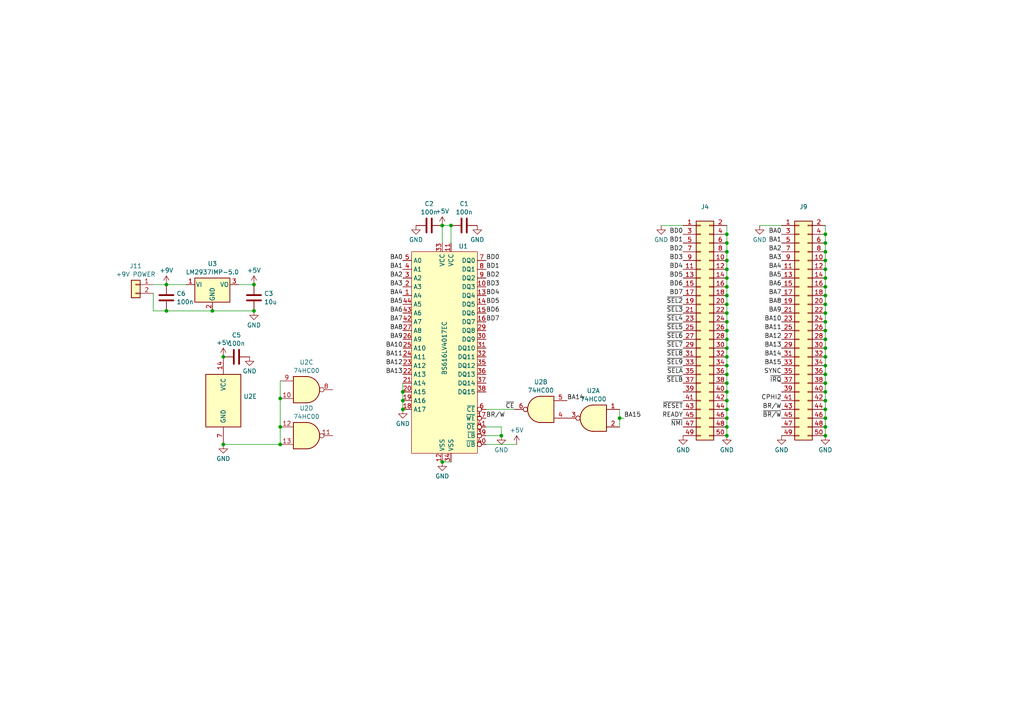
<source format=kicad_sch>
(kicad_sch (version 20230121) (generator eeschema)
  (paper "A4")
  (title_block (title "CBM PET SRAM Expansion") (date "2023-10-13") (rev "1") (company "CCC Basel"))
  (lib_symbols
    (symbol "74xx:74HC00" (pin_names (offset 1.016))
      (property "Reference" "U" (at 0 1.27 0))
      (property "Value" "74HC00" (at 0 -1.27 0))
      (symbol "74HC00_1_1"
        (arc (start 0 -3.81) (mid 3.7934 0) (end 0 3.81) (stroke (width 0.254)) (fill (type background)))
        (polyline (pts (xy 0 3.81) (xy -3.81 3.81) (xy -3.81 -3.81) (xy 0 -3.81)) (stroke (width 0.254)) (fill (type background)))
        (pin input line (at -7.62 2.54 0) (length 3.81) (name "~") (number "1"))
        (pin input line (at -7.62 -2.54 0) (length 3.81) (name "~") (number "2"))
        (pin output inverted (at 7.62 0 180) (length 3.81) (name "~") (number "3"))
      )
      (symbol "74HC00_1_2"
        (arc (start -3.81 -3.81) (mid -2.589 0) (end -3.81 3.81) (stroke (width 0.254)))
        (arc (start -0.6096 -3.81) (mid 2.1842 -2.5851) (end 3.81 0) (stroke (width 0.254)) (fill (type background)))
        (polyline (pts (xy -3.81 -3.81) (xy -0.635 -3.81)) (stroke (width 0.254)) (fill (type background)))
        (polyline (pts (xy -3.81 3.81) (xy -0.635 3.81)) (stroke (width 0.254)) (fill (type background)))
        (polyline (pts (xy -0.635 3.81) (xy -3.81 3.81) (xy -3.81 3.81) (xy -3.556 3.4036) (xy -3.0226 2.2606) (xy -2.6924 1.0414) (xy -2.6162 -0.254) (xy -2.7686 -1.4986) (xy -3.175 -2.7178) (xy -3.81 -3.81) (xy -3.81 -3.81) (xy -0.635 -3.81)) (stroke (width -25.4)) (fill (type background)))
        (arc (start 3.81 0) (mid 2.1915 2.5936) (end -0.6096 3.81) (stroke (width 0.254)) (fill (type background)))
        (pin input inverted (at -7.62 2.54 0) (length 4.318) (name "~") (number "1"))
        (pin input inverted (at -7.62 -2.54 0) (length 4.318) (name "~") (number "2"))
        (pin output line (at 7.62 0 180) (length 3.81) (name "~") (number "3"))
      )
      (symbol "74HC00_2_1"
        (arc (start 0 -3.81) (mid 3.7934 0) (end 0 3.81) (stroke (width 0.254)) (fill (type background)))
        (polyline (pts (xy 0 3.81) (xy -3.81 3.81) (xy -3.81 -3.81) (xy 0 -3.81)) (stroke (width 0.254)) (fill (type background)))
        (pin input line (at -7.62 2.54 0) (length 3.81) (name "~") (number "4"))
        (pin input line (at -7.62 -2.54 0) (length 3.81) (name "~") (number "5"))
        (pin output inverted (at 7.62 0 180) (length 3.81) (name "~") (number "6"))
      )
      (symbol "74HC00_2_2"
        (arc (start -3.81 -3.81) (mid -2.589 0) (end -3.81 3.81) (stroke (width 0.254)))
        (arc (start -0.6096 -3.81) (mid 2.1842 -2.5851) (end 3.81 0) (stroke (width 0.254)) (fill (type background)))
        (polyline (pts (xy -3.81 -3.81) (xy -0.635 -3.81)) (stroke (width 0.254)) (fill (type background)))
        (polyline (pts (xy -3.81 3.81) (xy -0.635 3.81)) (stroke (width 0.254)) (fill (type background)))
        (polyline (pts (xy -0.635 3.81) (xy -3.81 3.81) (xy -3.81 3.81) (xy -3.556 3.4036) (xy -3.0226 2.2606) (xy -2.6924 1.0414) (xy -2.6162 -0.254) (xy -2.7686 -1.4986) (xy -3.175 -2.7178) (xy -3.81 -3.81) (xy -3.81 -3.81) (xy -0.635 -3.81)) (stroke (width -25.4)) (fill (type background)))
        (arc (start 3.81 0) (mid 2.1915 2.5936) (end -0.6096 3.81) (stroke (width 0.254)) (fill (type background)))
        (pin input inverted (at -7.62 2.54 0) (length 4.318) (name "~") (number "4"))
        (pin input inverted (at -7.62 -2.54 0) (length 4.318) (name "~") (number "5"))
        (pin output line (at 7.62 0 180) (length 3.81) (name "~") (number "6"))
      )
      (symbol "74HC00_3_1"
        (arc (start 0 -3.81) (mid 3.7934 0) (end 0 3.81) (stroke (width 0.254)) (fill (type background)))
        (polyline (pts (xy 0 3.81) (xy -3.81 3.81) (xy -3.81 -3.81) (xy 0 -3.81)) (stroke (width 0.254)) (fill (type background)))
        (pin input line (at -7.62 -2.54 0) (length 3.81) (name "~") (number "10"))
        (pin output inverted (at 7.62 0 180) (length 3.81) (name "~") (number "8"))
        (pin input line (at -7.62 2.54 0) (length 3.81) (name "~") (number "9"))
      )
      (symbol "74HC00_3_2"
        (arc (start -3.81 -3.81) (mid -2.589 0) (end -3.81 3.81) (stroke (width 0.254)))
        (arc (start -0.6096 -3.81) (mid 2.1842 -2.5851) (end 3.81 0) (stroke (width 0.254)) (fill (type background)))
        (polyline (pts (xy -3.81 -3.81) (xy -0.635 -3.81)) (stroke (width 0.254)) (fill (type background)))
        (polyline (pts (xy -3.81 3.81) (xy -0.635 3.81)) (stroke (width 0.254)) (fill (type background)))
        (polyline (pts (xy -0.635 3.81) (xy -3.81 3.81) (xy -3.81 3.81) (xy -3.556 3.4036) (xy -3.0226 2.2606) (xy -2.6924 1.0414) (xy -2.6162 -0.254) (xy -2.7686 -1.4986) (xy -3.175 -2.7178) (xy -3.81 -3.81) (xy -3.81 -3.81) (xy -0.635 -3.81)) (stroke (width -25.4)) (fill (type background)))
        (arc (start 3.81 0) (mid 2.1915 2.5936) (end -0.6096 3.81) (stroke (width 0.254)) (fill (type background)))
        (pin input inverted (at -7.62 -2.54 0) (length 4.318) (name "~") (number "10"))
        (pin output line (at 7.62 0 180) (length 3.81) (name "~") (number "8"))
        (pin input inverted (at -7.62 2.54 0) (length 4.318) (name "~") (number "9"))
      )
      (symbol "74HC00_4_1"
        (arc (start 0 -3.81) (mid 3.7934 0) (end 0 3.81) (stroke (width 0.254)) (fill (type background)))
        (polyline (pts (xy 0 3.81) (xy -3.81 3.81) (xy -3.81 -3.81) (xy 0 -3.81)) (stroke (width 0.254)) (fill (type background)))
        (pin output inverted (at 7.62 0 180) (length 3.81) (name "~") (number "11"))
        (pin input line (at -7.62 2.54 0) (length 3.81) (name "~") (number "12"))
        (pin input line (at -7.62 -2.54 0) (length 3.81) (name "~") (number "13"))
      )
      (symbol "74HC00_4_2"
        (arc (start -3.81 -3.81) (mid -2.589 0) (end -3.81 3.81) (stroke (width 0.254)))
        (arc (start -0.6096 -3.81) (mid 2.1842 -2.5851) (end 3.81 0) (stroke (width 0.254)) (fill (type background)))
        (polyline (pts (xy -3.81 -3.81) (xy -0.635 -3.81)) (stroke (width 0.254)) (fill (type background)))
        (polyline (pts (xy -3.81 3.81) (xy -0.635 3.81)) (stroke (width 0.254)) (fill (type background)))
        (polyline (pts (xy -0.635 3.81) (xy -3.81 3.81) (xy -3.81 3.81) (xy -3.556 3.4036) (xy -3.0226 2.2606) (xy -2.6924 1.0414) (xy -2.6162 -0.254) (xy -2.7686 -1.4986) (xy -3.175 -2.7178) (xy -3.81 -3.81) (xy -3.81 -3.81) (xy -0.635 -3.81)) (stroke (width -25.4)) (fill (type background)))
        (arc (start 3.81 0) (mid 2.1915 2.5936) (end -0.6096 3.81) (stroke (width 0.254)) (fill (type background)))
        (pin output line (at 7.62 0 180) (length 3.81) (name "~") (number "11"))
        (pin input inverted (at -7.62 2.54 0) (length 4.318) (name "~") (number "12"))
        (pin input inverted (at -7.62 -2.54 0) (length 4.318) (name "~") (number "13"))
      )
      (symbol "74HC00_5_0"
        (pin power_in line (at 0 12.7 270) (length 5.08) (name "VCC") (number "14"))
        (pin power_in line (at 0 -12.7 90) (length 5.08) (name "GND") (number "7"))
      )
      (symbol "74HC00_5_1"
        (rectangle (start -5.08 7.62) (end 5.08 -7.62) (stroke (width 0.254)) (fill (type background)))
      )
    )
    (symbol "Connector_Generic:Conn_01x02" (pin_names (offset 1.016) hide)
      (property "Reference" "J" (at 0 2.54 0))
      (property "Value" "Conn_01x02" (at 0 -5.08 0))
      (symbol "Conn_01x02_1_1"
        (rectangle (start -1.27 -2.413) (end 0 -2.667) (stroke (width 0.1524)))
        (rectangle (start -1.27 0.127) (end 0 -0.127) (stroke (width 0.1524)))
        (rectangle (start -1.27 1.27) (end 1.27 -3.81) (stroke (width 0.254)) (fill (type background)))
        (pin passive line (at -5.08 0 0) (length 3.81) (name "Pin_1") (number "1"))
        (pin passive line (at -5.08 -2.54 0) (length 3.81) (name "Pin_2") (number "2"))
      )
    )
    (symbol "Connector_Generic:Conn_02x25_Odd_Even" (pin_names (offset 1.016) hide)
      (property "Reference" "J" (at 1.27 33.02 0))
      (property "Value" "Conn_02x25_Odd_Even" (at 1.27 -33.02 0))
      (symbol "Conn_02x25_Odd_Even_1_1"
        (rectangle (start -1.27 -30.353) (end 0 -30.607) (stroke (width 0.1524)))
        (rectangle (start -1.27 -27.813) (end 0 -28.067) (stroke (width 0.1524)))
        (rectangle (start -1.27 -25.273) (end 0 -25.527) (stroke (width 0.1524)))
        (rectangle (start -1.27 -22.733) (end 0 -22.987) (stroke (width 0.1524)))
        (rectangle (start -1.27 -20.193) (end 0 -20.447) (stroke (width 0.1524)))
        (rectangle (start -1.27 -17.653) (end 0 -17.907) (stroke (width 0.1524)))
        (rectangle (start -1.27 -15.113) (end 0 -15.367) (stroke (width 0.1524)))
        (rectangle (start -1.27 -12.573) (end 0 -12.827) (stroke (width 0.1524)))
        (rectangle (start -1.27 -10.033) (end 0 -10.287) (stroke (width 0.1524)))
        (rectangle (start -1.27 -7.493) (end 0 -7.747) (stroke (width 0.1524)))
        (rectangle (start -1.27 -4.953) (end 0 -5.207) (stroke (width 0.1524)))
        (rectangle (start -1.27 -2.413) (end 0 -2.667) (stroke (width 0.1524)))
        (rectangle (start -1.27 0.127) (end 0 -0.127) (stroke (width 0.1524)))
        (rectangle (start -1.27 2.667) (end 0 2.413) (stroke (width 0.1524)))
        (rectangle (start -1.27 5.207) (end 0 4.953) (stroke (width 0.1524)))
        (rectangle (start -1.27 7.747) (end 0 7.493) (stroke (width 0.1524)))
        (rectangle (start -1.27 10.287) (end 0 10.033) (stroke (width 0.1524)))
        (rectangle (start -1.27 12.827) (end 0 12.573) (stroke (width 0.1524)))
        (rectangle (start -1.27 15.367) (end 0 15.113) (stroke (width 0.1524)))
        (rectangle (start -1.27 17.907) (end 0 17.653) (stroke (width 0.1524)))
        (rectangle (start -1.27 20.447) (end 0 20.193) (stroke (width 0.1524)))
        (rectangle (start -1.27 22.987) (end 0 22.733) (stroke (width 0.1524)))
        (rectangle (start -1.27 25.527) (end 0 25.273) (stroke (width 0.1524)))
        (rectangle (start -1.27 28.067) (end 0 27.813) (stroke (width 0.1524)))
        (rectangle (start -1.27 30.607) (end 0 30.353) (stroke (width 0.1524)))
        (rectangle (start -1.27 31.75) (end 3.81 -31.75) (stroke (width 0.254)) (fill (type background)))
        (rectangle (start 3.81 -30.353) (end 2.54 -30.607) (stroke (width 0.1524)))
        (rectangle (start 3.81 -27.813) (end 2.54 -28.067) (stroke (width 0.1524)))
        (rectangle (start 3.81 -25.273) (end 2.54 -25.527) (stroke (width 0.1524)))
        (rectangle (start 3.81 -22.733) (end 2.54 -22.987) (stroke (width 0.1524)))
        (rectangle (start 3.81 -20.193) (end 2.54 -20.447) (stroke (width 0.1524)))
        (rectangle (start 3.81 -17.653) (end 2.54 -17.907) (stroke (width 0.1524)))
        (rectangle (start 3.81 -15.113) (end 2.54 -15.367) (stroke (width 0.1524)))
        (rectangle (start 3.81 -12.573) (end 2.54 -12.827) (stroke (width 0.1524)))
        (rectangle (start 3.81 -10.033) (end 2.54 -10.287) (stroke (width 0.1524)))
        (rectangle (start 3.81 -7.493) (end 2.54 -7.747) (stroke (width 0.1524)))
        (rectangle (start 3.81 -4.953) (end 2.54 -5.207) (stroke (width 0.1524)))
        (rectangle (start 3.81 -2.413) (end 2.54 -2.667) (stroke (width 0.1524)))
        (rectangle (start 3.81 0.127) (end 2.54 -0.127) (stroke (width 0.1524)))
        (rectangle (start 3.81 2.667) (end 2.54 2.413) (stroke (width 0.1524)))
        (rectangle (start 3.81 5.207) (end 2.54 4.953) (stroke (width 0.1524)))
        (rectangle (start 3.81 7.747) (end 2.54 7.493) (stroke (width 0.1524)))
        (rectangle (start 3.81 10.287) (end 2.54 10.033) (stroke (width 0.1524)))
        (rectangle (start 3.81 12.827) (end 2.54 12.573) (stroke (width 0.1524)))
        (rectangle (start 3.81 15.367) (end 2.54 15.113) (stroke (width 0.1524)))
        (rectangle (start 3.81 17.907) (end 2.54 17.653) (stroke (width 0.1524)))
        (rectangle (start 3.81 20.447) (end 2.54 20.193) (stroke (width 0.1524)))
        (rectangle (start 3.81 22.987) (end 2.54 22.733) (stroke (width 0.1524)))
        (rectangle (start 3.81 25.527) (end 2.54 25.273) (stroke (width 0.1524)))
        (rectangle (start 3.81 28.067) (end 2.54 27.813) (stroke (width 0.1524)))
        (rectangle (start 3.81 30.607) (end 2.54 30.353) (stroke (width 0.1524)))
        (pin passive line (at -5.08 30.48 0) (length 3.81) (name "Pin_1") (number "1"))
        (pin passive line (at 7.62 20.32 180) (length 3.81) (name "Pin_10") (number "10"))
        (pin passive line (at -5.08 17.78 0) (length 3.81) (name "Pin_11") (number "11"))
        (pin passive line (at 7.62 17.78 180) (length 3.81) (name "Pin_12") (number "12"))
        (pin passive line (at -5.08 15.24 0) (length 3.81) (name "Pin_13") (number "13"))
        (pin passive line (at 7.62 15.24 180) (length 3.81) (name "Pin_14") (number "14"))
        (pin passive line (at -5.08 12.7 0) (length 3.81) (name "Pin_15") (number "15"))
        (pin passive line (at 7.62 12.7 180) (length 3.81) (name "Pin_16") (number "16"))
        (pin passive line (at -5.08 10.16 0) (length 3.81) (name "Pin_17") (number "17"))
        (pin passive line (at 7.62 10.16 180) (length 3.81) (name "Pin_18") (number "18"))
        (pin passive line (at -5.08 7.62 0) (length 3.81) (name "Pin_19") (number "19"))
        (pin passive line (at 7.62 30.48 180) (length 3.81) (name "Pin_2") (number "2"))
        (pin passive line (at 7.62 7.62 180) (length 3.81) (name "Pin_20") (number "20"))
        (pin passive line (at -5.08 5.08 0) (length 3.81) (name "Pin_21") (number "21"))
        (pin passive line (at 7.62 5.08 180) (length 3.81) (name "Pin_22") (number "22"))
        (pin passive line (at -5.08 2.54 0) (length 3.81) (name "Pin_23") (number "23"))
        (pin passive line (at 7.62 2.54 180) (length 3.81) (name "Pin_24") (number "24"))
        (pin passive line (at -5.08 0 0) (length 3.81) (name "Pin_25") (number "25"))
        (pin passive line (at 7.62 0 180) (length 3.81) (name "Pin_26") (number "26"))
        (pin passive line (at -5.08 -2.54 0) (length 3.81) (name "Pin_27") (number "27"))
        (pin passive line (at 7.62 -2.54 180) (length 3.81) (name "Pin_28") (number "28"))
        (pin passive line (at -5.08 -5.08 0) (length 3.81) (name "Pin_29") (number "29"))
        (pin passive line (at -5.08 27.94 0) (length 3.81) (name "Pin_3") (number "3"))
        (pin passive line (at 7.62 -5.08 180) (length 3.81) (name "Pin_30") (number "30"))
        (pin passive line (at -5.08 -7.62 0) (length 3.81) (name "Pin_31") (number "31"))
        (pin passive line (at 7.62 -7.62 180) (length 3.81) (name "Pin_32") (number "32"))
        (pin passive line (at -5.08 -10.16 0) (length 3.81) (name "Pin_33") (number "33"))
        (pin passive line (at 7.62 -10.16 180) (length 3.81) (name "Pin_34") (number "34"))
        (pin passive line (at -5.08 -12.7 0) (length 3.81) (name "Pin_35") (number "35"))
        (pin passive line (at 7.62 -12.7 180) (length 3.81) (name "Pin_36") (number "36"))
        (pin passive line (at -5.08 -15.24 0) (length 3.81) (name "Pin_37") (number "37"))
        (pin passive line (at 7.62 -15.24 180) (length 3.81) (name "Pin_38") (number "38"))
        (pin passive line (at -5.08 -17.78 0) (length 3.81) (name "Pin_39") (number "39"))
        (pin passive line (at 7.62 27.94 180) (length 3.81) (name "Pin_4") (number "4"))
        (pin passive line (at 7.62 -17.78 180) (length 3.81) (name "Pin_40") (number "40"))
        (pin passive line (at -5.08 -20.32 0) (length 3.81) (name "Pin_41") (number "41"))
        (pin passive line (at 7.62 -20.32 180) (length 3.81) (name "Pin_42") (number "42"))
        (pin passive line (at -5.08 -22.86 0) (length 3.81) (name "Pin_43") (number "43"))
        (pin passive line (at 7.62 -22.86 180) (length 3.81) (name "Pin_44") (number "44"))
        (pin passive line (at -5.08 -25.4 0) (length 3.81) (name "Pin_45") (number "45"))
        (pin passive line (at 7.62 -25.4 180) (length 3.81) (name "Pin_46") (number "46"))
        (pin passive line (at -5.08 -27.94 0) (length 3.81) (name "Pin_47") (number "47"))
        (pin passive line (at 7.62 -27.94 180) (length 3.81) (name "Pin_48") (number "48"))
        (pin passive line (at -5.08 -30.48 0) (length 3.81) (name "Pin_49") (number "49"))
        (pin passive line (at -5.08 25.4 0) (length 3.81) (name "Pin_5") (number "5"))
        (pin passive line (at 7.62 -30.48 180) (length 3.81) (name "Pin_50") (number "50"))
        (pin passive line (at 7.62 25.4 180) (length 3.81) (name "Pin_6") (number "6"))
        (pin passive line (at -5.08 22.86 0) (length 3.81) (name "Pin_7") (number "7"))
        (pin passive line (at 7.62 22.86 180) (length 3.81) (name "Pin_8") (number "8"))
        (pin passive line (at -5.08 20.32 0) (length 3.81) (name "Pin_9") (number "9"))
      )
    )
    (symbol "Device:C" (pin_numbers hide) (pin_names (offset 0.254))
      (property "Reference" "C" (at 0.635 2.54 0))
      (property "Value" "C" (at 0.635 -2.54 0))
      (symbol "C_0_1"
        (polyline (pts (xy -2.032 -0.762) (xy 2.032 -0.762)) (stroke (width 0.508)))
        (polyline (pts (xy -2.032 0.762) (xy 2.032 0.762)) (stroke (width 0.508)))
      )
      (symbol "C_1_1"
        (pin passive line (at 0 3.81 270) (length 2.794) (name "~") (number "1"))
        (pin passive line (at 0 -3.81 90) (length 2.794) (name "~") (number "2"))
      )
    )
    (symbol "Regulator_Linear:LM2937xMP" (pin_names (offset 0.254))
      (property "Reference" "U" (at -3.81 3.175 0))
      (property "Value" "LM2937xMP" (at 0 3.175 0))
      (symbol "LM2937xMP_0_1"
        (rectangle (start -5.08 -5.08) (end 5.08 1.905) (stroke (width 0.254)) (fill (type background)))
      )
      (symbol "LM2937xMP_1_1"
        (pin power_in line (at -7.62 0 0) (length 2.54) (name "VI") (number "1"))
        (pin power_in line (at 0 -7.62 90) (length 2.54) (name "GND") (number "2"))
        (pin power_out line (at 7.62 0 180) (length 2.54) (name "VO") (number "3"))
      )
    )
    (symbol "oni:BS616LV4017EC"
      (property "Reference" "U" (at 5.08 -30.48 0))
      (property "Value" "BS616LV4017EC" (at 0 0 90))
      (symbol "BS616LV4017EC_1_1"
        (rectangle (start -10.16 29.21) (end 8.89 -29.21) (fill (type background)))
        (pin input line (at -12.7 16.51 0) (length 2.54) (name "A4") (number "1"))
        (pin tri_state line (at 11.43 19.05 180) (length 2.54) (name "DQ3") (number "10"))
        (pin power_in line (at 1.27 31.75 270) (length 2.54) (name "VCC") (number "11"))
        (pin power_in line (at -1.27 -31.75 90) (length 2.54) (name "VSS") (number "12"))
        (pin tri_state line (at 11.43 16.51 180) (length 2.54) (name "DQ4") (number "13"))
        (pin tri_state line (at 11.43 13.97 180) (length 2.54) (name "DQ5") (number "14"))
        (pin tri_state line (at 11.43 11.43 180) (length 2.54) (name "DQ6") (number "15"))
        (pin tri_state line (at 11.43 8.89 180) (length 2.54) (name "DQ7") (number "16"))
        (pin input inverted (at 11.43 -19.05 180) (length 2.54) (name "~{WE}") (number "17"))
        (pin input line (at -12.7 -16.51 0) (length 2.54) (name "A17") (number "18"))
        (pin input line (at -12.7 -13.97 0) (length 2.54) (name "A16") (number "19"))
        (pin input line (at -12.7 19.05 0) (length 2.54) (name "A3") (number "2"))
        (pin input line (at -12.7 -11.43 0) (length 2.54) (name "A15") (number "20"))
        (pin input line (at -12.7 -8.89 0) (length 2.54) (name "A14") (number "21"))
        (pin input line (at -12.7 -6.35 0) (length 2.54) (name "A13") (number "22"))
        (pin input line (at -12.7 -3.81 0) (length 2.54) (name "A12") (number "23"))
        (pin input line (at -12.7 -1.27 0) (length 2.54) (name "A11") (number "24"))
        (pin input line (at -12.7 1.27 0) (length 2.54) (name "A10") (number "25"))
        (pin input line (at -12.7 3.81 0) (length 2.54) (name "A9") (number "26"))
        (pin input line (at -12.7 6.35 0) (length 2.54) (name "A8") (number "27"))
        (pin no_connect line (at -12.7 -26.67 0) (length 2.54) hide (name "NC") (number "28"))
        (pin tri_state line (at 11.43 6.35 180) (length 2.54) (name "DQ8") (number "29"))
        (pin input line (at -12.7 21.59 0) (length 2.54) (name "A2") (number "3"))
        (pin tri_state line (at 11.43 3.81 180) (length 2.54) (name "DQ9") (number "30"))
        (pin tri_state line (at 11.43 1.27 180) (length 2.54) (name "DQ10") (number "31"))
        (pin tri_state line (at 11.43 -1.27 180) (length 2.54) (name "DQ11") (number "32"))
        (pin power_in line (at -1.27 31.75 270) (length 2.54) (name "VCC") (number "33"))
        (pin power_in line (at 1.27 -31.75 90) (length 2.54) (name "VSS") (number "34"))
        (pin tri_state line (at 11.43 -3.81 180) (length 2.54) (name "DQ12") (number "35"))
        (pin tri_state line (at 11.43 -6.35 180) (length 2.54) (name "DQ13") (number "36"))
        (pin tri_state line (at 11.43 -8.89 180) (length 2.54) (name "DQ14") (number "37"))
        (pin tri_state line (at 11.43 -11.43 180) (length 2.54) (name "DQ15") (number "38"))
        (pin input inverted (at 11.43 -24.13 180) (length 2.54) (name "~{LB}") (number "39"))
        (pin input line (at -12.7 24.13 0) (length 2.54) (name "A1") (number "4"))
        (pin input inverted (at 11.43 -26.67 180) (length 2.54) (name "~{UB}") (number "40"))
        (pin input inverted (at 11.43 -21.59 180) (length 2.54) (name "~{OE}") (number "41"))
        (pin input line (at -12.7 8.89 0) (length 2.54) (name "A7") (number "42"))
        (pin input line (at -12.7 11.43 0) (length 2.54) (name "A6") (number "43"))
        (pin input line (at -12.7 13.97 0) (length 2.54) (name "A5") (number "44"))
        (pin input line (at -12.7 26.67 0) (length 2.54) (name "A0") (number "5"))
        (pin input inverted (at 11.43 -16.51 180) (length 2.54) (name "~{CE}") (number "6"))
        (pin tri_state line (at 11.43 26.67 180) (length 2.54) (name "DQ0") (number "7"))
        (pin tri_state line (at 11.43 24.13 180) (length 2.54) (name "DQ1") (number "8"))
        (pin tri_state line (at 11.43 21.59 180) (length 2.54) (name "DQ2") (number "9"))
      )
    )
    (symbol "power:+5V" (power) (pin_names (offset 0))
      (property "Value" "+5V" (at 0 3.556 0))
      (symbol "+5V_0_1"
        (polyline (pts (xy -0.762 1.27) (xy 0 2.54)))
        (polyline (pts (xy 0 0) (xy 0 2.54)))
        (polyline (pts (xy 0 2.54) (xy 0.762 1.27)))
      )
      (symbol "+5V_1_1"
        (pin power_in line (at 0 0 90) (length 0) hide (name "+5V") (number "1"))
      )
    )
    (symbol "power:+9V" (power) (pin_names (offset 0))
      (property "Value" "+9V" (at 0 3.556 0))
      (symbol "+9V_0_1"
        (polyline (pts (xy -0.762 1.27) (xy 0 2.54)))
        (polyline (pts (xy 0 0) (xy 0 2.54)))
        (polyline (pts (xy 0 2.54) (xy 0.762 1.27)))
      )
      (symbol "+9V_1_1"
        (pin power_in line (at 0 0 90) (length 0) hide (name "+9V") (number "1"))
      )
    )
    (symbol "power:GND" (power) (pin_names (offset 0))
      (property "Value" "GND" (at 0 -3.81 0))
      (symbol "GND_0_1"
        (polyline (pts (xy 0 0) (xy 0 -1.27) (xy 1.27 -1.27) (xy 0 -2.54) (xy -1.27 -1.27) (xy 0 -1.27)))
      )
      (symbol "GND_1_1"
        (pin power_in line (at 0 0 270) (length 0) hide (name "GND") (number "1"))
      )
    )
  )
  (junction (at 64.77 128.905))
  (junction (at 239.395 90.805))
  (junction (at 239.395 108.585))
  (junction (at 239.395 116.205))
  (junction (at 210.82 88.265))
  (junction (at 239.395 93.345))
  (junction (at 210.82 111.125))
  (junction (at 239.395 80.645))
  (junction (at 239.395 67.945))
  (junction (at 239.395 118.745))
  (junction (at 239.395 88.265))
  (junction (at 73.66 90.17))
  (junction (at 210.82 123.825))
  (junction (at 128.27 133.985))
  (junction (at 210.82 85.725))
  (junction (at 116.84 113.665))
  (junction (at 239.395 70.485))
  (junction (at 239.395 123.825))
  (junction (at 116.84 118.745))
  (junction (at 239.395 83.185))
  (junction (at 210.82 67.945))
  (junction (at 210.82 103.505))
  (junction (at 239.395 126.365))
  (junction (at 239.395 98.425))
  (junction (at 81.28 123.825))
  (junction (at 239.395 111.125))
  (junction (at 210.82 75.565))
  (junction (at 48.26 90.17))
  (junction (at 239.395 75.565))
  (junction (at 210.82 126.365))
  (junction (at 61.595 90.17))
  (junction (at 210.82 95.885))
  (junction (at 239.395 121.285))
  (junction (at 239.395 95.885))
  (junction (at 73.66 82.55))
  (junction (at 130.81 65.405))
  (junction (at 210.82 100.965))
  (junction (at 210.82 121.285))
  (junction (at 179.705 121.285))
  (junction (at 81.28 128.905))
  (junction (at 210.82 90.805))
  (junction (at 145.415 126.365))
  (junction (at 48.26 82.55))
  (junction (at 239.395 106.045))
  (junction (at 239.395 78.105))
  (junction (at 210.82 98.425))
  (junction (at 239.395 85.725))
  (junction (at 64.77 103.505))
  (junction (at 210.82 83.185))
  (junction (at 210.82 108.585))
  (junction (at 210.82 78.105))
  (junction (at 239.395 113.665))
  (junction (at 239.395 103.505))
  (junction (at 128.27 65.405))
  (junction (at 81.28 115.57))
  (junction (at 239.395 73.025))
  (junction (at 210.82 106.045))
  (junction (at 210.82 118.745))
  (junction (at 116.84 116.205))
  (junction (at 239.395 100.965))
  (junction (at 210.82 113.665))
  (junction (at 210.82 116.205))
  (junction (at 210.82 73.025))
  (junction (at 210.82 70.485))
  (junction (at 210.82 80.645))
  (junction (at 210.82 93.345))
  (wire (pts (xy 239.395 121.285) (xy 239.395 123.825)))
  (wire (pts (xy 210.82 116.205) (xy 210.82 118.745)))
  (wire (pts (xy 210.82 98.425) (xy 210.82 100.965)))
  (wire (pts (xy 210.82 78.105) (xy 210.82 80.645)))
  (wire (pts (xy 239.395 113.665) (xy 239.395 116.205)))
  (wire (pts (xy 210.82 83.185) (xy 210.82 85.725)))
  (wire (pts (xy 210.82 90.805) (xy 210.82 93.345)))
  (wire (pts (xy 48.26 90.17) (xy 61.595 90.17)))
  (wire (pts (xy 116.84 116.205) (xy 116.84 118.745)))
  (wire (pts (xy 239.395 108.585) (xy 239.395 111.125)))
  (wire (pts (xy 239.395 98.425) (xy 239.395 100.965)))
  (wire (pts (xy 210.82 108.585) (xy 210.82 111.125)))
  (wire (pts (xy 180.975 121.285) (xy 179.705 121.285)))
  (wire (pts (xy 210.82 88.265) (xy 210.82 90.805)))
  (wire (pts (xy 44.45 82.55) (xy 48.26 82.55)))
  (wire (pts (xy 239.395 100.965) (xy 239.395 103.505)))
  (wire (pts (xy 116.84 111.125) (xy 116.84 113.665)))
  (wire (pts (xy 239.395 106.045) (xy 239.395 108.585)))
  (wire (pts (xy 210.82 103.505) (xy 210.82 106.045)))
  (wire (pts (xy 140.97 126.365) (xy 145.415 126.365)))
  (wire (pts (xy 239.395 111.125) (xy 239.395 113.665)))
  (wire (pts (xy 239.395 73.025) (xy 239.395 75.565)))
  (wire (pts (xy 210.82 95.885) (xy 210.82 98.425)))
  (wire (pts (xy 191.77 65.405) (xy 198.12 65.405)))
  (wire (pts (xy 44.45 90.17) (xy 48.26 90.17)))
  (wire (pts (xy 116.84 113.665) (xy 116.84 116.205)))
  (wire (pts (xy 210.82 100.965) (xy 210.82 103.505)))
  (wire (pts (xy 210.82 70.485) (xy 210.82 73.025)))
  (wire (pts (xy 239.395 116.205) (xy 239.395 118.745)))
  (wire (pts (xy 210.82 93.345) (xy 210.82 95.885)))
  (wire (pts (xy 179.705 121.285) (xy 179.705 118.745)))
  (wire (pts (xy 48.26 82.55) (xy 53.975 82.55)))
  (wire (pts (xy 210.82 123.825) (xy 210.82 126.365)))
  (wire (pts (xy 128.27 65.405) (xy 128.27 70.485)))
  (wire (pts (xy 210.82 75.565) (xy 210.82 78.105)))
  (wire (pts (xy 140.97 128.905) (xy 149.86 128.905)))
  (wire (pts (xy 210.82 106.045) (xy 210.82 108.585)))
  (wire (pts (xy 239.395 118.745) (xy 239.395 121.285)))
  (wire (pts (xy 239.395 65.405) (xy 239.395 67.945)))
  (wire (pts (xy 128.27 133.985) (xy 130.81 133.985)))
  (wire (pts (xy 220.345 65.405) (xy 226.695 65.405)))
  (wire (pts (xy 64.77 128.905) (xy 81.28 128.905)))
  (wire (pts (xy 69.215 82.55) (xy 73.66 82.55)))
  (wire (pts (xy 179.705 121.285) (xy 179.705 123.825)))
  (wire (pts (xy 239.395 123.825) (xy 239.395 126.365)))
  (wire (pts (xy 210.82 121.285) (xy 210.82 123.825)))
  (wire (pts (xy 145.415 123.825) (xy 145.415 126.365)))
  (wire (pts (xy 81.28 123.825) (xy 81.28 128.905)))
  (wire (pts (xy 239.395 78.105) (xy 239.395 80.645)))
  (wire (pts (xy 210.82 111.125) (xy 210.82 113.665)))
  (wire (pts (xy 239.395 85.725) (xy 239.395 88.265)))
  (wire (pts (xy 239.395 88.265) (xy 239.395 90.805)))
  (wire (pts (xy 61.595 90.17) (xy 73.66 90.17)))
  (wire (pts (xy 128.27 65.405) (xy 130.81 65.405)))
  (wire (pts (xy 239.395 95.885) (xy 239.395 98.425)))
  (wire (pts (xy 239.395 90.805) (xy 239.395 93.345)))
  (wire (pts (xy 210.82 118.745) (xy 210.82 121.285)))
  (wire (pts (xy 81.28 110.49) (xy 81.28 115.57)))
  (wire (pts (xy 210.82 65.405) (xy 210.82 67.945)))
  (wire (pts (xy 130.81 65.405) (xy 130.81 70.485)))
  (wire (pts (xy 239.395 83.185) (xy 239.395 85.725)))
  (wire (pts (xy 140.97 118.745) (xy 149.225 118.745)))
  (wire (pts (xy 210.82 67.945) (xy 210.82 70.485)))
  (wire (pts (xy 210.82 85.725) (xy 210.82 88.265)))
  (wire (pts (xy 239.395 93.345) (xy 239.395 95.885)))
  (wire (pts (xy 210.82 73.025) (xy 210.82 75.565)))
  (wire (pts (xy 239.395 80.645) (xy 239.395 83.185)))
  (wire (pts (xy 239.395 103.505) (xy 239.395 106.045)))
  (wire (pts (xy 210.82 113.665) (xy 210.82 116.205)))
  (wire (pts (xy 81.28 115.57) (xy 81.28 123.825)))
  (wire (pts (xy 239.395 75.565) (xy 239.395 78.105)))
  (wire (pts (xy 239.395 67.945) (xy 239.395 70.485)))
  (wire (pts (xy 140.97 123.825) (xy 145.415 123.825)))
  (wire (pts (xy 44.45 90.17) (xy 44.45 85.09)))
  (wire (pts (xy 239.395 70.485) (xy 239.395 73.025)))
  (wire (pts (xy 210.82 80.645) (xy 210.82 83.185)))
  (label "BA10" (at 116.84 100.965 180))
  (label "~{SEL4}" (at 198.12 93.345 180))
  (label "BA3" (at 116.84 83.185 180))
  (label "BA10" (at 226.695 93.345 180))
  (label "BA3" (at 226.695 75.565 180))
  (label "BD5" (at 140.97 88.265 0))
  (label "~{RESET}" (at 198.12 118.745 180))
  (label "BA9" (at 226.695 90.805 180))
  (label "BA12" (at 116.84 106.045 180))
  (label "BD7" (at 198.12 85.725 180))
  (label "BA8" (at 226.695 88.265 180))
  (label "~{IRQ}" (at 226.695 111.125 180))
  (label "BA13" (at 116.84 108.585 180))
  (label "BA0" (at 226.695 67.945 180))
  (label "BD6" (at 140.97 90.805 0))
  (label "BA12" (at 226.695 98.425 180))
  (label "BD0" (at 198.12 67.945 180))
  (label "SYNC" (at 226.695 108.585 180))
  (label "BA13" (at 226.695 100.965 180))
  (label "BA15" (at 180.975 121.285 0))
  (label "BR{slash}W" (at 226.695 118.745 180))
  (label "BD1" (at 140.97 78.105 0))
  (label "BA11" (at 226.695 95.885 180))
  (label "BA15" (at 226.695 106.045 180))
  (label "BA5" (at 116.84 88.265 180))
  (label "BA6" (at 226.695 83.185 180))
  (label "~{SEL9}" (at 198.12 106.045 180))
  (label "BA4" (at 116.84 85.725 180))
  (label "~{CE}" (at 149.225 118.745 180))
  (label "~{SELB}" (at 198.12 111.125 180))
  (label "BD3" (at 140.97 83.185 0))
  (label "BA6" (at 116.84 90.805 180))
  (label "~{SEL3}" (at 198.12 90.805 180))
  (label "BA4" (at 226.695 78.105 180))
  (label "~{BR{slash}W}" (at 226.695 121.285 180))
  (label "~{SEL8}" (at 198.12 103.505 180))
  (label "BD6" (at 198.12 83.185 180))
  (label "BD2" (at 198.12 73.025 180))
  (label "CPHI2" (at 226.695 116.205 180))
  (label "BD4" (at 140.97 85.725 0))
  (label "~{NMI}" (at 198.12 123.825 180))
  (label "BD3" (at 198.12 75.565 180))
  (label "BA11" (at 116.84 103.505 180))
  (label "BA14" (at 226.695 103.505 180))
  (label "READY" (at 198.12 121.285 180))
  (label "~{SEL2}" (at 198.12 88.265 180))
  (label "BA9" (at 116.84 98.425 180))
  (label "BA2" (at 226.695 73.025 180))
  (label "BD7" (at 140.97 93.345 0))
  (label "BA7" (at 116.84 93.345 180))
  (label "BA5" (at 226.695 80.645 180))
  (label "BD5" (at 198.12 80.645 180))
  (label "BA0" (at 116.84 75.565 180))
  (label "BD4" (at 198.12 78.105 180))
  (label "BR{slash}W" (at 140.97 121.285 0))
  (label "BA14" (at 164.465 116.205 0))
  (label "~{SEL7}" (at 198.12 100.965 180))
  (label "BA1" (at 226.695 70.485 180))
  (label "~{SEL5}" (at 198.12 95.885 180))
  (label "~{SEL6}" (at 198.12 98.425 180))
  (label "BA1" (at 116.84 78.105 180))
  (label "BD1" (at 198.12 70.485 180))
  (label "BA2" (at 116.84 80.645 180))
  (label "BA7" (at 226.695 85.725 180))
  (label "BD0" (at 140.97 75.565 0))
  (label "BA8" (at 116.84 95.885 180))
  (label "~{SELA}" (at 198.12 108.585 180))
  (label "BD2" (at 140.97 80.645 0))
  (symbol (lib_id "power:GND") (at 226.695 126.365 0) (unit 1)
    (property "Reference" "#PWR011" (effects hide))
    (property "Value" "GND" (at 226.695 130.4981 0))
  )
  (symbol (lib_id "power:GND") (at 64.77 128.905 0) (unit 1)
    (property "Reference" "#PWR016" (effects hide))
    (property "Value" "GND" (at 64.77 133.0381 0))
  )
  (symbol (lib_id "power:GND") (at 220.345 65.405 0) (unit 1)
    (property "Reference" "#PWR010" (effects hide))
    (property "Value" "GND" (at 220.345 69.5381 0))
  )
  (symbol (lib_id "74xx:74HC00") (at 88.9 126.365 0) (unit 4)
    (property "Reference" "U2" (at 88.8917 118.4107 0))
    (property "Value" "74HC00" (at 88.8917 120.8349 0))
    (property "Footprint" "Package_SO:SOIC-14_3.9x8.7mm_P1.27mm" (effects hide))
    (property "Datasheet" "http://www.ti.com/lit/gpn/sn74hc00" (effects hide))
  )
  (symbol (lib_id "Connector_Generic:Conn_01x02") (at 39.37 82.55 0) (mirror y) (unit 1)
    (property "Reference" "J11" (at 39.37 77.1357 0))
    (property "Value" "+9V POWER" (at 39.37 79.5599 0))
    (property "Footprint" "Connector_PinHeader_2.54mm:PinHeader_1x02_P2.54mm_Horizontal" (effects hide))
  )
  (symbol (lib_id "power:GND") (at 210.82 126.365 0) (unit 1)
    (property "Reference" "#PWR07" (effects hide))
    (property "Value" "GND" (at 210.82 130.4981 0))
  )
  (symbol (lib_id "Device:C") (at 68.58 103.505 90) (unit 1)
    (property "Reference" "C5" (at 68.58 97.2017 90))
    (property "Value" "100n" (at 68.58 99.6259 90))
    (property "Footprint" "Capacitor_SMD:C_0805_2012Metric" (effects hide))
  )
  (symbol (lib_id "power:+5V") (at 128.27 65.405 0) (unit 1)
    (property "Reference" "#PWR04" (effects hide))
    (property "Value" "+5V" (at 128.27 61.2719 0))
  )
  (symbol (lib_id "power:GND") (at 120.65 65.405 0) (unit 1)
    (property "Reference" "#PWR06" (effects hide))
    (property "Value" "GND" (at 120.65 69.5381 0))
  )
  (symbol (lib_id "power:GND") (at 145.415 126.365 0) (unit 1)
    (property "Reference" "#PWR013" (effects hide))
    (property "Value" "GND" (at 145.415 130.4981 0))
  )
  (symbol (lib_id "power:GND") (at 191.77 65.405 0) (unit 1)
    (property "Reference" "#PWR09" (effects hide))
    (property "Value" "GND" (at 191.77 69.5381 0))
  )
  (symbol (lib_id "Connector_Generic:Conn_02x25_Odd_Even") (at 231.775 95.885 0) (unit 1)
    (property "Reference" "J9" (at 233.045 59.9907 0))
    (property "Value" "J9" (effects hide))
    (property "Footprint" "Connector_PinSocket_2.54mm:PinSocket_2x25_P2.54mm_Vertical" (effects hide))
  )
  (symbol (lib_id "Device:C") (at 48.26 86.36 180) (unit 1)
    (property "Reference" "C6" (at 51.181 85.1479 0) (effects (justify right)))
    (property "Value" "100n" (at 51.181 87.5721 0) (effects (justify right)))
    (property "Footprint" "Capacitor_SMD:C_0805_2012Metric" (effects hide))
  )
  (symbol (lib_id "74xx:74HC00") (at 64.77 116.205 0) (unit 5)
    (property "Reference" "U2" (at 70.612 114.9929 0) (effects (justify left)))
    (property "Value" "74HC00" (effects hide))
    (property "Footprint" "Package_SO:SOIC-14_3.9x8.7mm_P1.27mm" (effects hide))
    (property "Datasheet" "http://www.ti.com/lit/gpn/sn74hc00" (effects hide))
  )
  (symbol (lib_id "power:+5V") (at 64.77 103.505 0) (unit 1)
    (property "Reference" "#PWR017" (effects hide))
    (property "Value" "+5V" (at 64.77 99.3719 0))
  )
  (symbol (lib_id "power:GND") (at 72.39 103.505 0) (unit 1)
    (property "Reference" "#PWR018" (effects hide))
    (property "Value" "GND" (at 72.39 107.6381 0))
  )
  (symbol (lib_id "74xx:74HC00") (at 156.845 118.745 180) (unit 2)
    (property "Reference" "U2" (at 156.8533 110.7907 0))
    (property "Value" "74HC00" (at 156.8533 113.2149 0))
    (property "Footprint" "Package_SO:SOIC-14_3.9x8.7mm_P1.27mm" (effects hide))
    (property "Datasheet" "http://www.ti.com/lit/gpn/sn74hc00" (effects hide))
  )
  (symbol (lib_id "Device:C") (at 124.46 65.405 90) (unit 1)
    (property "Reference" "C2" (at 124.46 59.1017 90))
    (property "Value" "100n" (at 124.46 61.5259 90))
    (property "Footprint" "Capacitor_SMD:C_0805_2012Metric" (effects hide))
  )
  (symbol (lib_id "power:+5V") (at 149.86 128.905 0) (unit 1)
    (property "Reference" "#PWR014" (effects hide))
    (property "Value" "+5V" (at 149.86 124.7719 0))
  )
  (symbol (lib_id "power:GND") (at 198.12 126.365 0) (unit 1)
    (property "Reference" "#PWR08" (effects hide))
    (property "Value" "GND" (at 198.12 130.4981 0))
  )
  (symbol (lib_id "74xx:74HC00") (at 88.9 113.03 0) (unit 3)
    (property "Reference" "U2" (at 88.8917 105.0757 0))
    (property "Value" "74HC00" (at 88.8917 107.4999 0))
    (property "Footprint" "Package_SO:SOIC-14_3.9x8.7mm_P1.27mm" (effects hide))
    (property "Datasheet" "http://www.ti.com/lit/gpn/sn74hc00" (effects hide))
  )
  (symbol (lib_id "Device:C") (at 134.62 65.405 90) (unit 1)
    (property "Reference" "C1" (at 134.62 59.1017 90))
    (property "Value" "100n" (at 134.62 61.5259 90))
    (property "Footprint" "Capacitor_SMD:C_0805_2012Metric" (effects hide))
  )
  (symbol (lib_id "power:GND") (at 239.395 126.365 0) (unit 1)
    (property "Reference" "#PWR012" (effects hide))
    (property "Value" "GND" (at 239.395 130.4981 0))
  )
  (symbol (lib_id "74xx:74HC00") (at 172.085 121.285 0) (mirror y) (unit 1)
    (property "Reference" "U2" (at 172.0933 113.3307 0))
    (property "Value" "74HC00" (at 172.0933 115.7549 0))
    (property "Footprint" "Package_SO:SOIC-14_3.9x8.7mm_P1.27mm" (effects hide))
    (property "Datasheet" "http://www.ti.com/lit/gpn/sn74hc00" (effects hide))
  )
  (symbol (lib_id "power:GND") (at 116.84 118.745 0) (unit 1)
    (property "Reference" "#PWR015" (effects hide))
    (property "Value" "GND" (at 116.84 122.8781 0))
  )
  (symbol (lib_id "oni:BS616LV4017EC") (at 129.54 102.235 0) (unit 1)
    (property "Reference" "U1" (at 133.0041 71.4319 0) (effects (justify left)))
    (property "Value" "BS616LV4017EC" (at 128.905 100.965 90))
    (property "Footprint" "Package_SO:TSOP-II-44_10.16x18.41mm_P0.8mm" (effects hide))
    (property "Datasheet" "https://www.farnell.com/datasheets/4474.pdf" (effects hide))
  )
  (symbol (lib_id "Device:C") (at 73.66 86.36 180) (unit 1)
    (property "Reference" "C3" (at 76.581 85.1479 0) (effects (justify right)))
    (property "Value" "10u" (at 76.581 87.5721 0) (effects (justify right)))
    (property "Footprint" "Capacitor_SMD:C_0805_2012Metric" (effects hide))
  )
  (symbol (lib_id "power:GND") (at 128.27 133.985 0) (unit 1)
    (property "Reference" "#PWR03" (effects hide))
    (property "Value" "GND" (at 128.27 138.1181 0))
  )
  (symbol (lib_id "Connector_Generic:Conn_02x25_Odd_Even") (at 203.2 95.885 0) (unit 1)
    (property "Reference" "J4" (at 204.47 59.9907 0))
    (property "Value" "J4" (effects hide))
    (property "Footprint" "Connector_PinSocket_2.54mm:PinSocket_2x25_P2.54mm_Vertical" (effects hide))
  )
  (symbol (lib_id "power:+9V") (at 48.26 82.55 0) (unit 1)
    (property "Reference" "#PWR019" (effects hide))
    (property "Value" "+9V" (at 48.26 78.4169 0))
  )
  (symbol (lib_id "power:GND") (at 73.66 90.17 0) (unit 1)
    (property "Reference" "#PWR02" (effects hide))
    (property "Value" "GND" (at 73.66 94.3031 0))
  )
  (symbol (lib_id "Regulator_Linear:LM2937xMP") (at 61.595 82.55 0) (unit 1)
    (property "Reference" "U3" (at 61.595 76.5007 0))
    (property "Value" "LM2937IMP-5.0" (at 61.595 78.9249 0))
    (property "Footprint" "Package_TO_SOT_SMD:SOT-223-3_TabPin2" (effects hide))
    (property "Datasheet" "http://www.ti.com/lit/ds/symlink/lm2937.pdf" (effects hide))
  )
  (symbol (lib_id "power:+5V") (at 73.66 82.55 0) (unit 1)
    (property "Reference" "#PWR01" (effects hide))
    (property "Value" "+5V" (at 73.66 78.4169 0))
  )
  (symbol (lib_id "power:GND") (at 138.43 65.405 0) (unit 1)
    (property "Reference" "#PWR05" (effects hide))
    (property "Value" "GND" (at 138.43 69.5381 0))
  )
)
</source>
